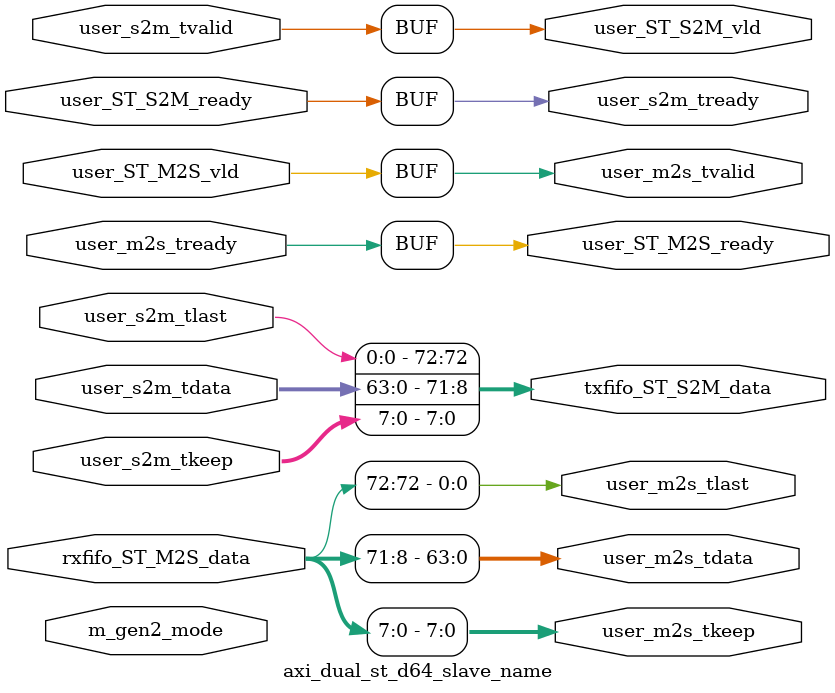
<source format=sv>

module axi_dual_st_d64_slave_name  (

  // ST_M2S channel
  output logic [   7:   0]   user_m2s_tkeep      ,
  output logic [  63:   0]   user_m2s_tdata      ,
  output logic               user_m2s_tlast      ,
  output logic               user_m2s_tvalid     ,
  input  logic               user_m2s_tready     ,

  // ST_S2M channel
  input  logic [   7:   0]   user_s2m_tkeep      ,
  input  logic [  63:   0]   user_s2m_tdata      ,
  input  logic               user_s2m_tlast      ,
  input  logic               user_s2m_tvalid     ,
  output logic               user_s2m_tready     ,

  // Logic Link Interfaces
  input  logic               user_ST_M2S_vld     ,
  input  logic [  72:   0]   rxfifo_ST_M2S_data  ,
  output logic               user_ST_M2S_ready   ,

  output logic               user_ST_S2M_vld     ,
  output logic [  72:   0]   txfifo_ST_S2M_data  ,
  input  logic               user_ST_S2M_ready   ,

  input  logic               m_gen2_mode         

);

  // Connect Data

  assign user_m2s_tvalid                    = user_ST_M2S_vld                    ;
  assign user_ST_M2S_ready                  = user_m2s_tready                    ;
  assign user_m2s_tkeep       [   0 +:   8] = rxfifo_ST_M2S_data   [   0 +:   8] ;
  assign user_m2s_tdata       [   0 +:  64] = rxfifo_ST_M2S_data   [   8 +:  64] ;
  assign user_m2s_tlast                     = rxfifo_ST_M2S_data   [  72 +:   1] ;

  assign user_ST_S2M_vld                    = user_s2m_tvalid                    ;
  assign user_s2m_tready                    = user_ST_S2M_ready                  ;
  assign txfifo_ST_S2M_data   [   0 +:   8] = user_s2m_tkeep       [   0 +:   8] ;
  assign txfifo_ST_S2M_data   [   8 +:  64] = user_s2m_tdata       [   0 +:  64] ;
  assign txfifo_ST_S2M_data   [  72 +:   1] = user_s2m_tlast                     ;

endmodule

</source>
